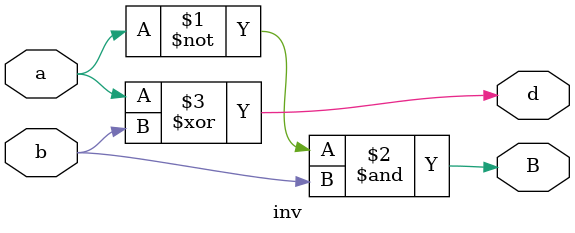
<source format=v>
`timescale 1ns / 1ps


module inv(
    input a,
    input b,
    output d,
    output B
    );
assign B = (~a) & b;
assign d = a ^ b;
endmodule

</source>
